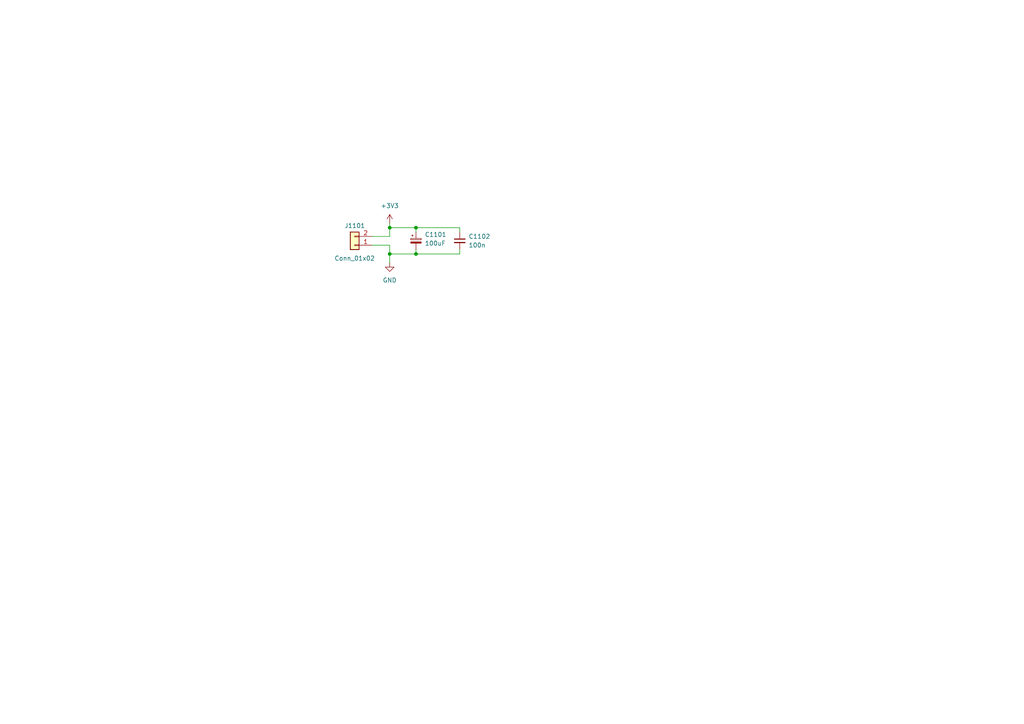
<source format=kicad_sch>
(kicad_sch (version 20231120) (generator "eeschema") (generator_version "8.0")
  (paper "A4")
  (title_block (title "Project Antares - Transmitter Schematic") (date "2024-08-23") (rev "1.0.2") (company "Ourobors Embedded Development") (comment 1 "Pablo Jean Rozario"))
  (lib_symbols
    (symbol "Connector_Generic:Conn_01x02" (pin_names (offset 1.016) hide)
      (property "Reference" "J" (at 0 2.54 0))
      (property "Value" "Conn_01x02" (at 0 -5.08 0))
      (symbol "Conn_01x02_1_1"
        (rectangle (start -1.27 -2.413) (end 0 -2.667) (stroke (width 0.1524)))
        (rectangle (start -1.27 0.127) (end 0 -0.127) (stroke (width 0.1524)))
        (rectangle (start -1.27 1.27) (end 1.27 -3.81) (stroke (width 0.254)) (fill (type background)))
        (pin passive line (at -5.08 0 0) (length 3.81) (name "Pin_1") (number "1"))
        (pin passive line (at -5.08 -2.54 0) (length 3.81) (name "Pin_2") (number "2"))
      )
    )
    (symbol "Device:C_Polarized_Small" (pin_numbers hide) (pin_names (offset 0.254) hide)
      (property "Reference" "C" (at 0.254 1.778 0))
      (property "Value" "C_Polarized_Small" (at 0.254 -2.032 0))
      (symbol "C_Polarized_Small_0_1"
        (rectangle (start -1.524 -0.3048) (end 1.524 -0.6858) (fill (type outline)))
        (rectangle (start -1.524 0.6858) (end 1.524 0.3048))
        (polyline (pts (xy -1.27 1.524) (xy -0.762 1.524)))
        (polyline (pts (xy -1.016 1.27) (xy -1.016 1.778)))
      )
      (symbol "C_Polarized_Small_1_1"
        (pin passive line (at 0 2.54 270) (length 1.8542) (name "~") (number "1"))
        (pin passive line (at 0 -2.54 90) (length 1.8542) (name "~") (number "2"))
      )
    )
    (symbol "Device:C_Small" (pin_numbers hide) (pin_names (offset 0.254) hide)
      (property "Reference" "C" (at 0.254 1.778 0))
      (property "Value" "C_Small" (at 0.254 -2.032 0))
      (symbol "C_Small_0_1"
        (polyline (pts (xy -1.524 -0.508) (xy 1.524 -0.508)) (stroke (width 0.3302)))
        (polyline (pts (xy -1.524 0.508) (xy 1.524 0.508)) (stroke (width 0.3048)))
      )
      (symbol "C_Small_1_1"
        (pin passive line (at 0 2.54 270) (length 2.032) (name "~") (number "1"))
        (pin passive line (at 0 -2.54 90) (length 2.032) (name "~") (number "2"))
      )
    )
    (symbol "power:+3V3" (power) (pin_numbers hide) (pin_names (offset 0) hide)
      (property "Value" "+3V3" (at 0 3.556 0))
      (symbol "+3V3_0_1"
        (polyline (pts (xy -0.762 1.27) (xy 0 2.54)))
        (polyline (pts (xy 0 0) (xy 0 2.54)))
        (polyline (pts (xy 0 2.54) (xy 0.762 1.27)))
      )
      (symbol "+3V3_1_1"
        (pin power_in line (at 0 0 90) (length 0) (name "~") (number "1"))
      )
    )
    (symbol "power:GND" (power) (pin_numbers hide) (pin_names (offset 0) hide)
      (property "Value" "GND" (at 0 -3.81 0))
      (symbol "GND_0_1"
        (polyline (pts (xy 0 0) (xy 0 -1.27) (xy 1.27 -1.27) (xy 0 -2.54) (xy -1.27 -1.27) (xy 0 -1.27)))
      )
      (symbol "GND_1_1"
        (pin power_in line (at 0 0 270) (length 0) (name "~") (number "1"))
      )
    )
  )
  (junction (at 113.03 73.66))
  (junction (at 113.03 66.04))
  (junction (at 120.65 66.04))
  (junction (at 120.65 73.66))
  (wire (pts (xy 120.65 72.39) (xy 120.65 73.66)))
  (wire (pts (xy 133.35 72.39) (xy 133.35 73.66)))
  (wire (pts (xy 133.35 66.04) (xy 120.65 66.04)))
  (wire (pts (xy 133.35 67.31) (xy 133.35 66.04)))
  (wire (pts (xy 113.03 66.04) (xy 113.03 68.58)))
  (wire (pts (xy 120.65 67.31) (xy 120.65 66.04)))
  (wire (pts (xy 113.03 73.66) (xy 120.65 73.66)))
  (wire (pts (xy 113.03 76.2) (xy 113.03 73.66)))
  (wire (pts (xy 120.65 66.04) (xy 113.03 66.04)))
  (wire (pts (xy 113.03 68.58) (xy 107.95 68.58)))
  (wire (pts (xy 113.03 64.77) (xy 113.03 66.04)))
  (wire (pts (xy 133.35 73.66) (xy 120.65 73.66)))
  (wire (pts (xy 113.03 71.12) (xy 107.95 71.12)))
  (wire (pts (xy 113.03 73.66) (xy 113.03 71.12)))
  (symbol (lib_id "Connector_Generic:Conn_01x02") (at 102.87 71.12 180) (unit 1)
    (property "Reference" "J1101" (at 102.9191 65.4735 0))
    (property "Value" "Conn_01x02" (at 102.87 74.93 0))
    (property "Footprint" "Connector_JST:JST_XA_S02B-XASK-1_1x02_P2.50mm_Horizontal" (effects (hide yes)))
    (property "Description" "Generic connector, single row, 01x02, script generated (kicad-library-utils/schlib/autogen/connector/)" (effects (hide yes)))
    (property "LCSC" "C33132" (effects (hide yes)))
    (property "PN" "XH-2AW" (effects (hide yes)))
  )
  (symbol (lib_id "Device:C_Polarized_Small") (at 120.65 69.85 0) (unit 1)
    (property "Reference" "C1101" (at 123.19 68.0338 0) (effects (justify left)))
    (property "Value" "100uF" (at 123.19 70.5738 0) (effects (justify left)))
    (property "Footprint" "Capacitor_SMD:CP_Elec_6.3x4.5" (effects (hide yes)))
    (property "Description" "Polarized capacitor, small symbol" (effects (hide yes)))
    (property "LCSC" "C5374787" (effects (hide yes)))
    (property "PN" "126RV0054" (effects (hide yes)))
  )
  (symbol (lib_id "power:+3V3") (at 113.03 64.77 0) (unit 1)
    (property "Reference" "#PWR01101" (effects (hide yes)))
    (property "Value" "+3V3" (at 113.03 59.69 0))
    (property "Description" "Power symbol creates a global label with name \"+3V3\"" (effects (hide yes)))
  )
  (symbol (lib_id "power:GND") (at 113.03 76.2 0) (unit 1)
    (property "Reference" "#PWR01102" (effects (hide yes)))
    (property "Value" "GND" (at 113.03 81.28 0))
    (property "Description" "Power symbol creates a global label with name \"GND\" , ground" (effects (hide yes)))
  )
  (symbol (lib_id "Device:C_Small") (at 133.35 69.85 0) (unit 1)
    (property "Reference" "C1102" (at 135.89 68.5862 0) (effects (justify left)))
    (property "Value" "100n" (at 135.89 71.1262 0) (effects (justify left)))
    (property "Footprint" "Capacitor_SMD:C_0603_1608Metric" (effects (hide yes)))
    (property "Description" "Unpolarized capacitor, small symbol" (effects (hide yes)))
    (property "LCSC" "C14663" (effects (hide yes)))
    (property "PN" "CC0603KRX7R9BB104" (effects (hide yes)))
  )
)
</source>
